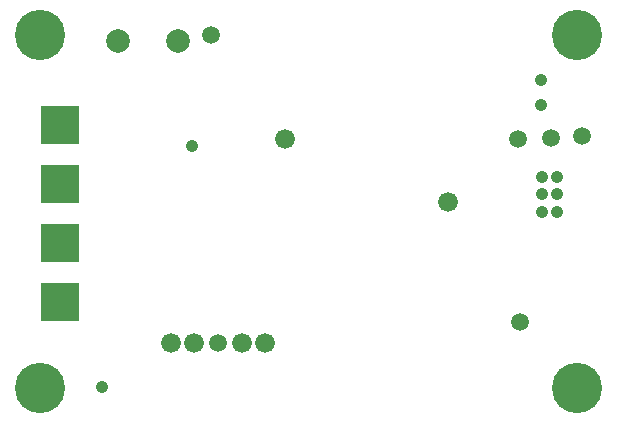
<source format=gbs>
G04 DesignSpark PCB Gerber Version 12.0 Build 5942*
%FSLAX35Y35*%
%MOMM*%
%ADD112R,3.25400X3.25400*%
%ADD110C,1.05400*%
%ADD108C,1.06680*%
%ADD126C,1.49400*%
%ADD109C,1.67640*%
%ADD122C,2.00400*%
%ADD111C,4.25400*%
X0Y0D02*
D02*
D108*
X845890Y304630D03*
X1605890Y2339630D03*
X4555890Y2694630D03*
Y2904630D03*
D02*
D109*
X1425900Y674630D03*
X1625890D03*
X2025890D03*
X2225890D03*
X2395530Y2401120D03*
X3775890Y1871030D03*
D02*
D110*
X4567890Y1784630D03*
Y1934630D03*
Y2084630D03*
X4697890Y1784630D03*
Y1934630D03*
Y2084630D03*
D02*
D111*
X316350Y296350D03*
Y3286350D03*
X4866350Y296350D03*
Y3286350D03*
D02*
D112*
X485890Y1024630D03*
Y1524630D03*
X486350Y2024630D03*
Y2524630D03*
D02*
D122*
X975890Y3234630D03*
X1483890D03*
D02*
D126*
X1765890Y3284630D03*
X1825890Y674630D03*
X4367430Y2404630D03*
X4385890Y854630D03*
X4645890Y2414630D03*
X4905890Y2424630D03*
X0Y0D02*
M02*

</source>
